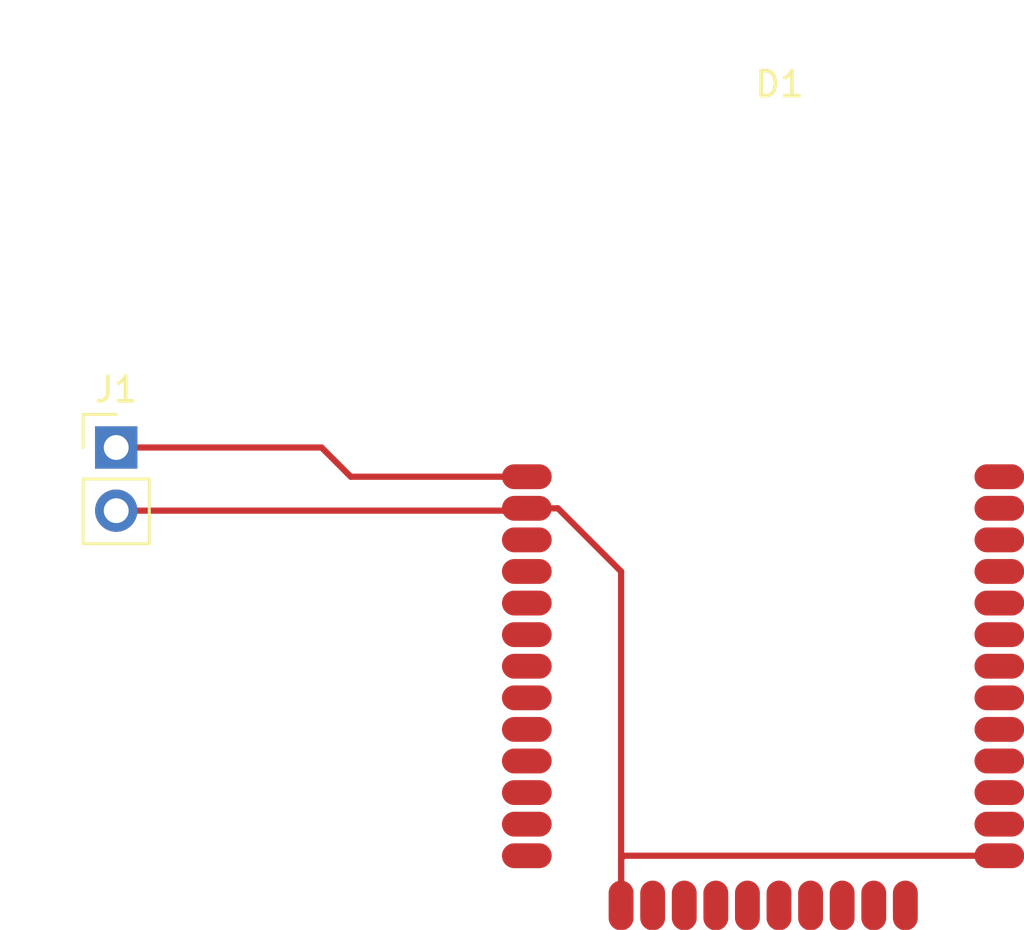
<source format=kicad_pcb>
(kicad_pcb (version 20171130) (host pcbnew "(5.1.8)-1")

  (general
    (thickness 1.6)
    (drawings 0)
    (tracks 11)
    (zones 0)
    (modules 2)
    (nets 34)
  )

  (page A4)
  (layers
    (0 F.Cu signal)
    (31 B.Cu signal)
    (32 B.Adhes user)
    (33 F.Adhes user)
    (34 B.Paste user)
    (35 F.Paste user)
    (36 B.SilkS user)
    (37 F.SilkS user)
    (38 B.Mask user)
    (39 F.Mask user)
    (40 Dwgs.User user)
    (41 Cmts.User user)
    (42 Eco1.User user)
    (43 Eco2.User user)
    (44 Edge.Cuts user)
    (45 Margin user)
    (46 B.CrtYd user)
    (47 F.CrtYd user)
    (48 B.Fab user)
    (49 F.Fab user)
  )

  (setup
    (last_trace_width 0.25)
    (trace_clearance 0.2)
    (zone_clearance 0.508)
    (zone_45_only no)
    (trace_min 0.2)
    (via_size 0.8)
    (via_drill 0.4)
    (via_min_size 0.4)
    (via_min_drill 0.3)
    (uvia_size 0.3)
    (uvia_drill 0.1)
    (uvias_allowed no)
    (uvia_min_size 0.2)
    (uvia_min_drill 0.1)
    (edge_width 0.05)
    (segment_width 0.2)
    (pcb_text_width 0.3)
    (pcb_text_size 1.5 1.5)
    (mod_edge_width 0.12)
    (mod_text_size 1 1)
    (mod_text_width 0.15)
    (pad_size 1.524 1.524)
    (pad_drill 0.762)
    (pad_to_mask_clearance 0)
    (aux_axis_origin 0 0)
    (visible_elements FFFFFF7F)
    (pcbplotparams
      (layerselection 0x010fc_ffffffff)
      (usegerberextensions false)
      (usegerberattributes true)
      (usegerberadvancedattributes true)
      (creategerberjobfile true)
      (excludeedgelayer true)
      (linewidth 0.100000)
      (plotframeref false)
      (viasonmask false)
      (mode 1)
      (useauxorigin false)
      (hpglpennumber 1)
      (hpglpenspeed 20)
      (hpglpendiameter 15.000000)
      (psnegative false)
      (psa4output false)
      (plotreference true)
      (plotvalue true)
      (plotinvisibletext false)
      (padsonsilk false)
      (subtractmaskfromsilk false)
      (outputformat 1)
      (mirror false)
      (drillshape 1)
      (scaleselection 1)
      (outputdirectory ""))
  )

  (net 0 "")
  (net 1 GND)
  (net 2 "Net-(D1-Pad35)")
  (net 3 "Net-(D1-Pad34)")
  (net 4 "Net-(D1-Pad33)")
  (net 5 "Net-(D1-Pad32)")
  (net 6 "Net-(D1-Pad31)")
  (net 7 "Net-(D1-Pad30)")
  (net 8 "Net-(D1-Pad29)")
  (net 9 "Net-(D1-Pad28)")
  (net 10 "Net-(D1-Pad27)")
  (net 11 "Net-(D1-Pad26)")
  (net 12 "Net-(D1-Pad25)")
  (net 13 "Net-(D1-Pad23)")
  (net 14 "Net-(D1-Pad22)")
  (net 15 "Net-(D1-Pad21)")
  (net 16 "Net-(D1-Pad20)")
  (net 17 "Net-(D1-Pad19)")
  (net 18 "Net-(D1-Pad18)")
  (net 19 "Net-(D1-Pad17)")
  (net 20 "Net-(D1-Pad16)")
  (net 21 "Net-(D1-Pad15)")
  (net 22 "Net-(D1-Pad13)")
  (net 23 "Net-(D1-Pad12)")
  (net 24 "Net-(D1-Pad11)")
  (net 25 "Net-(D1-Pad10)")
  (net 26 "Net-(D1-Pad9)")
  (net 27 "Net-(D1-Pad8)")
  (net 28 "Net-(D1-Pad7)")
  (net 29 +3V3)
  (net 30 "Net-(D1-Pad3)")
  (net 31 "Net-(D1-Pad4)")
  (net 32 "Net-(D1-Pad5)")
  (net 33 "Net-(D1-Pad6)")

  (net_class Default "This is the default net class."
    (clearance 0.2)
    (trace_width 0.25)
    (via_dia 0.8)
    (via_drill 0.4)
    (uvia_dia 0.3)
    (uvia_drill 0.1)
    (add_net +3V3)
    (add_net GND)
    (add_net "Net-(D1-Pad10)")
    (add_net "Net-(D1-Pad11)")
    (add_net "Net-(D1-Pad12)")
    (add_net "Net-(D1-Pad13)")
    (add_net "Net-(D1-Pad15)")
    (add_net "Net-(D1-Pad16)")
    (add_net "Net-(D1-Pad17)")
    (add_net "Net-(D1-Pad18)")
    (add_net "Net-(D1-Pad19)")
    (add_net "Net-(D1-Pad20)")
    (add_net "Net-(D1-Pad21)")
    (add_net "Net-(D1-Pad22)")
    (add_net "Net-(D1-Pad23)")
    (add_net "Net-(D1-Pad25)")
    (add_net "Net-(D1-Pad26)")
    (add_net "Net-(D1-Pad27)")
    (add_net "Net-(D1-Pad28)")
    (add_net "Net-(D1-Pad29)")
    (add_net "Net-(D1-Pad3)")
    (add_net "Net-(D1-Pad30)")
    (add_net "Net-(D1-Pad31)")
    (add_net "Net-(D1-Pad32)")
    (add_net "Net-(D1-Pad33)")
    (add_net "Net-(D1-Pad34)")
    (add_net "Net-(D1-Pad35)")
    (add_net "Net-(D1-Pad4)")
    (add_net "Net-(D1-Pad5)")
    (add_net "Net-(D1-Pad6)")
    (add_net "Net-(D1-Pad7)")
    (add_net "Net-(D1-Pad8)")
    (add_net "Net-(D1-Pad9)")
  )

  (module Connector_PinHeader_2.54mm:PinHeader_1x02_P2.54mm_Vertical (layer F.Cu) (tedit 59FED5CC) (tstamp 60970872)
    (at 71.12 74.295)
    (descr "Through hole straight pin header, 1x02, 2.54mm pitch, single row")
    (tags "Through hole pin header THT 1x02 2.54mm single row")
    (path /60971B90)
    (fp_text reference J1 (at 0 -2.33) (layer F.SilkS)
      (effects (font (size 1 1) (thickness 0.15)))
    )
    (fp_text value Conn_01x02 (at 0 4.87) (layer F.Fab)
      (effects (font (size 1 1) (thickness 0.15)))
    )
    (fp_text user %R (at 0 1.27 90) (layer F.Fab)
      (effects (font (size 1 1) (thickness 0.15)))
    )
    (fp_line (start -0.635 -1.27) (end 1.27 -1.27) (layer F.Fab) (width 0.1))
    (fp_line (start 1.27 -1.27) (end 1.27 3.81) (layer F.Fab) (width 0.1))
    (fp_line (start 1.27 3.81) (end -1.27 3.81) (layer F.Fab) (width 0.1))
    (fp_line (start -1.27 3.81) (end -1.27 -0.635) (layer F.Fab) (width 0.1))
    (fp_line (start -1.27 -0.635) (end -0.635 -1.27) (layer F.Fab) (width 0.1))
    (fp_line (start -1.33 3.87) (end 1.33 3.87) (layer F.SilkS) (width 0.12))
    (fp_line (start -1.33 1.27) (end -1.33 3.87) (layer F.SilkS) (width 0.12))
    (fp_line (start 1.33 1.27) (end 1.33 3.87) (layer F.SilkS) (width 0.12))
    (fp_line (start -1.33 1.27) (end 1.33 1.27) (layer F.SilkS) (width 0.12))
    (fp_line (start -1.33 0) (end -1.33 -1.33) (layer F.SilkS) (width 0.12))
    (fp_line (start -1.33 -1.33) (end 0 -1.33) (layer F.SilkS) (width 0.12))
    (fp_line (start -1.8 -1.8) (end -1.8 4.35) (layer F.CrtYd) (width 0.05))
    (fp_line (start -1.8 4.35) (end 1.8 4.35) (layer F.CrtYd) (width 0.05))
    (fp_line (start 1.8 4.35) (end 1.8 -1.8) (layer F.CrtYd) (width 0.05))
    (fp_line (start 1.8 -1.8) (end -1.8 -1.8) (layer F.CrtYd) (width 0.05))
    (pad 2 thru_hole oval (at 0 2.54) (size 1.7 1.7) (drill 1) (layers *.Cu *.Mask)
      (net 1 GND))
    (pad 1 thru_hole rect (at 0 0) (size 1.7 1.7) (drill 1) (layers *.Cu *.Mask)
      (net 29 +3V3))
    (model ${KISYS3DMOD}/Connector_PinHeader_2.54mm.3dshapes/PinHeader_1x02_P2.54mm_Vertical.wrl
      (at (xyz 0 0 0))
      (scale (xyz 1 1 1))
      (rotate (xyz 0 0 0))
    )
  )

  (module ZigbeeLibraries:DiagonaleAnt (layer F.Cu) (tedit 60968BC2) (tstamp 6097085C)
    (at 87.63 92.71)
    (path /6096D062)
    (fp_text reference D1 (at 10.16 -33.02) (layer F.SilkS)
      (effects (font (size 1 1) (thickness 0.15)))
    )
    (fp_text value DiagonaleAnt (at 10.16 -35.56) (layer F.Fab)
      (effects (font (size 1 1) (thickness 0.15)))
    )
    (fp_line (start 19 0) (end 19 -32) (layer F.CrtYd) (width 0.12))
    (fp_line (start 0 -32) (end 19 -32) (layer F.CrtYd) (width 0.12))
    (fp_line (start 0 0) (end 0 -32) (layer F.CrtYd) (width 0.12))
    (fp_line (start 0 0) (end 19 0) (layer F.CrtYd) (width 0.12))
    (pad 36 smd oval (at 19 -17.24) (size 2 1) (layers F.Cu F.Paste F.Mask)
      (net 1 GND))
    (pad 35 smd oval (at 19 -15.97) (size 2 1) (layers F.Cu F.Paste F.Mask)
      (net 2 "Net-(D1-Pad35)"))
    (pad 34 smd oval (at 19 -14.7) (size 2 1) (layers F.Cu F.Paste F.Mask)
      (net 3 "Net-(D1-Pad34)"))
    (pad 33 smd oval (at 19 -13.43) (size 2 1) (layers F.Cu F.Paste F.Mask)
      (net 4 "Net-(D1-Pad33)"))
    (pad 32 smd oval (at 19 -12.16) (size 2 1) (layers F.Cu F.Paste F.Mask)
      (net 5 "Net-(D1-Pad32)"))
    (pad 31 smd oval (at 19 -10.89) (size 2 1) (layers F.Cu F.Paste F.Mask)
      (net 6 "Net-(D1-Pad31)"))
    (pad 30 smd oval (at 19 -9.62) (size 2 1) (layers F.Cu F.Paste F.Mask)
      (net 7 "Net-(D1-Pad30)"))
    (pad 29 smd oval (at 19 -8.35) (size 2 1) (layers F.Cu F.Paste F.Mask)
      (net 8 "Net-(D1-Pad29)"))
    (pad 28 smd oval (at 19 -7.08) (size 2 1) (layers F.Cu F.Paste F.Mask)
      (net 9 "Net-(D1-Pad28)"))
    (pad 27 smd oval (at 19 -5.81) (size 2 1) (layers F.Cu F.Paste F.Mask)
      (net 10 "Net-(D1-Pad27)"))
    (pad 26 smd oval (at 19 -4.54) (size 2 1) (layers F.Cu F.Paste F.Mask)
      (net 11 "Net-(D1-Pad26)"))
    (pad 25 smd oval (at 19 -3.27) (size 2 1) (layers F.Cu F.Paste F.Mask)
      (net 12 "Net-(D1-Pad25)"))
    (pad 24 smd oval (at 19 -2) (size 2 1) (layers F.Cu F.Paste F.Mask)
      (net 1 GND))
    (pad 23 smd oval (at 15.22 0 90) (size 2 1) (layers F.Cu F.Paste F.Mask)
      (net 13 "Net-(D1-Pad23)"))
    (pad 22 smd oval (at 13.95 0 90) (size 2 1) (layers F.Cu F.Paste F.Mask)
      (net 14 "Net-(D1-Pad22)"))
    (pad 21 smd oval (at 12.68 0 90) (size 2 1) (layers F.Cu F.Paste F.Mask)
      (net 15 "Net-(D1-Pad21)"))
    (pad 20 smd oval (at 11.41 0 90) (size 2 1) (layers F.Cu F.Paste F.Mask)
      (net 16 "Net-(D1-Pad20)"))
    (pad 19 smd oval (at 10.14 0 90) (size 2 1) (layers F.Cu F.Paste F.Mask)
      (net 17 "Net-(D1-Pad19)"))
    (pad 18 smd oval (at 8.87 0 90) (size 2 1) (layers F.Cu F.Paste F.Mask)
      (net 18 "Net-(D1-Pad18)"))
    (pad 17 smd oval (at 7.6 0 90) (size 2 1) (layers F.Cu F.Paste F.Mask)
      (net 19 "Net-(D1-Pad17)"))
    (pad 16 smd oval (at 6.33 0 90) (size 2 1) (layers F.Cu F.Paste F.Mask)
      (net 20 "Net-(D1-Pad16)"))
    (pad 15 smd oval (at 5.06 0 90) (size 2 1) (layers F.Cu F.Paste F.Mask)
      (net 21 "Net-(D1-Pad15)"))
    (pad 14 smd oval (at 3.79 0 90) (size 2 1) (layers F.Cu F.Paste F.Mask)
      (net 1 GND))
    (pad 13 smd oval (at 0 -2) (size 2 1) (layers F.Cu F.Paste F.Mask)
      (net 22 "Net-(D1-Pad13)"))
    (pad 12 smd oval (at 0 -3.27) (size 2 1) (layers F.Cu F.Paste F.Mask)
      (net 23 "Net-(D1-Pad12)"))
    (pad 11 smd oval (at 0 -4.54) (size 2 1) (layers F.Cu F.Paste F.Mask)
      (net 24 "Net-(D1-Pad11)"))
    (pad 10 smd oval (at 0 -5.81) (size 2 1) (layers F.Cu F.Paste F.Mask)
      (net 25 "Net-(D1-Pad10)"))
    (pad 9 smd oval (at 0 -7.08) (size 2 1) (layers F.Cu F.Paste F.Mask)
      (net 26 "Net-(D1-Pad9)"))
    (pad 8 smd oval (at 0 -8.35) (size 2 1) (layers F.Cu F.Paste F.Mask)
      (net 27 "Net-(D1-Pad8)"))
    (pad 7 smd oval (at 0 -9.62) (size 2 1) (layers F.Cu F.Paste F.Mask)
      (net 28 "Net-(D1-Pad7)"))
    (pad 1 smd oval (at 0 -17.24) (size 2 1) (layers F.Cu F.Paste F.Mask)
      (net 29 +3V3))
    (pad 2 smd oval (at 0 -15.97) (size 2 1) (layers F.Cu F.Paste F.Mask)
      (net 1 GND))
    (pad 3 smd oval (at 0 -14.7) (size 2 1) (layers F.Cu F.Paste F.Mask)
      (net 30 "Net-(D1-Pad3)"))
    (pad 4 smd oval (at 0 -13.43) (size 2 1) (layers F.Cu F.Paste F.Mask)
      (net 31 "Net-(D1-Pad4)"))
    (pad 5 smd oval (at 0 -12.16) (size 2 1) (layers F.Cu F.Paste F.Mask)
      (net 32 "Net-(D1-Pad5)"))
    (pad 6 smd oval (at 0 -10.89) (size 2 1) (layers F.Cu F.Paste F.Mask)
      (net 33 "Net-(D1-Pad6)"))
  )

  (segment (start 87.535 76.835) (end 87.63 76.74) (width 0.25) (layer F.Cu) (net 1))
  (segment (start 71.12 76.835) (end 87.535 76.835) (width 0.25) (layer F.Cu) (net 1))
  (segment (start 91.42 79.28) (end 91.42 92.71) (width 0.25) (layer F.Cu) (net 1))
  (segment (start 88.88 76.74) (end 91.42 79.28) (width 0.25) (layer F.Cu) (net 1))
  (segment (start 87.63 76.74) (end 88.88 76.74) (width 0.25) (layer F.Cu) (net 1))
  (segment (start 106.63 90.71) (end 91.535 90.71) (width 0.25) (layer F.Cu) (net 1))
  (segment (start 91.42 90.825) (end 91.42 92.71) (width 0.25) (layer F.Cu) (net 1))
  (segment (start 91.535 90.71) (end 91.42 90.825) (width 0.25) (layer F.Cu) (net 1))
  (segment (start 71.12 74.295) (end 79.375 74.295) (width 0.25) (layer F.Cu) (net 29))
  (segment (start 80.55 75.47) (end 87.63 75.47) (width 0.25) (layer F.Cu) (net 29))
  (segment (start 79.375 74.295) (end 80.55 75.47) (width 0.25) (layer F.Cu) (net 29))

)

</source>
